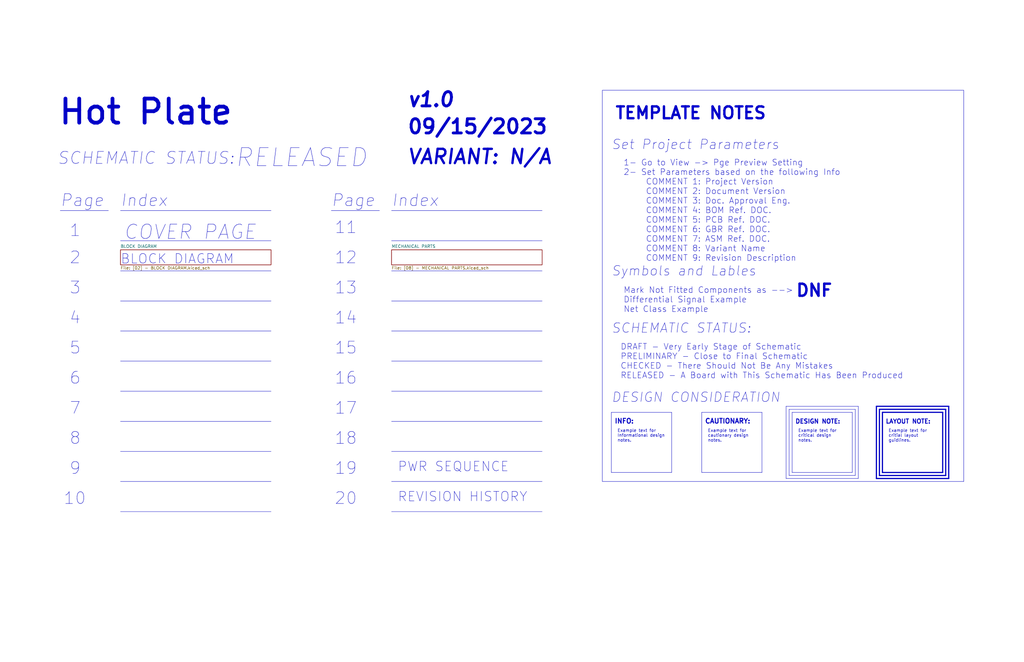
<source format=kicad_sch>
(kicad_sch (version 20230121) (generator eeschema)
  (paper "B")
  (title_block (title "Hot Plate") (date "09/15/2023") (rev "v1.0") (company "Mend0z0") (comment 1 "v1") (comment 2 "v1") (comment 3 "Siavash Taher Parvar") (comment 8 "N/A"))
  (lib_symbols)
  (polyline (pts (xy 50.8 127) (xy 114.3 127)))
  (polyline (pts (xy 50.8 114.3) (xy 114.3 114.3)))
  (polyline (pts (xy 398.78 172.72) (xy 398.78 200.66)) (stroke (width 0.5)))
  (polyline (pts (xy 283.21 173.99) (xy 283.21 199.39)))
  (polyline (pts (xy 332.74 172.72) (xy 360.68 172.72)))
  (polyline (pts (xy 165.1 139.7) (xy 228.6 139.7)))
  (polyline (pts (xy 370.84 172.72) (xy 398.78 172.72)) (stroke (width 0.5)))
  (polyline (pts (xy 50.8 177.8) (xy 114.3 177.8)))
  (polyline (pts (xy 165.1 215.9) (xy 228.6 215.9)))
  (polyline (pts (xy 359.41 199.39) (xy 334.01 199.39)))
  (polyline (pts (xy 165.1 88.9) (xy 228.6 88.9)))
  (polyline (pts (xy 332.74 172.72) (xy 332.74 200.66)))
  (polyline (pts (xy 372.11 173.99) (xy 372.11 199.39)) (stroke (width 0.5)))
  (polyline (pts (xy 321.31 199.39) (xy 295.91 199.39)))
  (polyline (pts (xy 165.1 114.3) (xy 228.6 114.3)))
  (polyline (pts (xy 257.81 173.99) (xy 257.81 199.39)))
  (polyline (pts (xy 361.95 171.45) (xy 361.95 201.93)))
  (polyline (pts (xy 331.47 201.93) (xy 361.95 201.93)))
  (polyline (pts (xy 50.8 165.1) (xy 114.3 165.1)))
  (polyline (pts (xy 295.91 173.99) (xy 321.31 173.99)))
  (polyline (pts (xy 369.57 171.45) (xy 369.57 201.93)) (stroke (width 0.5)))
  (polyline (pts (xy 321.31 173.99) (xy 321.31 199.39)))
  (polyline (pts (xy 165.1 127) (xy 228.6 127)))
  (polyline (pts (xy 369.57 201.93) (xy 400.05 201.93)) (stroke (width 0.5)))
  (polyline (pts (xy 295.91 173.99) (xy 295.91 199.39)))
  (polyline (pts (xy 334.01 173.99) (xy 359.41 173.99)))
  (polyline (pts (xy 50.8 203.2) (xy 114.3 203.2)))
  (polyline (pts (xy 331.47 171.45) (xy 331.47 201.93)))
  (polyline (pts (xy 334.01 173.99) (xy 334.01 199.39)))
  (polyline (pts (xy 331.47 171.45) (xy 361.95 171.45)))
  (polyline (pts (xy 370.84 172.72) (xy 370.84 200.66)) (stroke (width 0.5)))
  (polyline (pts (xy 50.8 190.5) (xy 114.3 190.5)))
  (polyline (pts (xy 165.1 203.2) (xy 228.6 203.2)))
  (polyline (pts (xy 359.41 173.99) (xy 359.41 199.39)))
  (polyline (pts (xy 165.1 190.5) (xy 228.6 190.5)))
  (polyline (pts (xy 50.8 139.7) (xy 114.3 139.7)))
  (polyline (pts (xy 50.8 88.9) (xy 114.3 88.9)))
  (polyline (pts (xy 283.21 199.39) (xy 257.81 199.39)))
  (polyline (pts (xy 360.68 200.66) (xy 332.74 200.66)))
  (polyline (pts (xy 397.51 173.99) (xy 397.51 199.39)) (stroke (width 0.5)))
  (polyline (pts (xy 369.57 171.45) (xy 400.05 171.45)) (stroke (width 0.5)))
  (polyline (pts (xy 165.1 101.6) (xy 228.6 101.6)))
  (polyline (pts (xy 398.78 200.66) (xy 370.84 200.66)) (stroke (width 0.5)))
  (polyline (pts (xy 165.1 177.8) (xy 228.6 177.8)))
  (polyline (pts (xy 400.05 171.45) (xy 400.05 201.93)) (stroke (width 0.5)))
  (polyline (pts (xy 165.1 165.1) (xy 228.6 165.1)))
  (polyline (pts (xy 25.4 88.9) (xy 45.72 88.9)))
  (polyline (pts (xy 50.8 215.9) (xy 114.3 215.9)))
  (polyline (pts (xy 50.8 152.4) (xy 114.3 152.4)))
  (polyline (pts (xy 360.68 172.72) (xy 360.68 200.66)))
  (polyline (pts (xy 372.11 173.99) (xy 397.51 173.99)) (stroke (width 0.5)))
  (polyline (pts (xy 139.7 88.9) (xy 160.02 88.9)))
  (polyline (pts (xy 397.51 199.39) (xy 372.11 199.39)) (stroke (width 0.5)))
  (polyline (pts (xy 257.81 173.99) (xy 283.21 173.99)))
  (polyline (pts (xy 165.1 152.4) (xy 228.6 152.4)))
  (polyline (pts (xy 50.8 101.6) (xy 114.3 101.6)))
  (rectangle (start 254 38.1) (end 406.4 203.2))
  (text "9" (at 29.21 200.66 0) (effects (font (size 5 5)) (justify left bottom)))
  (text "PWR SEQUENCE" (at 167.64 199.39 0) (effects (font (size 4 4)) (justify left bottom)))
  (text "INFO:" (at 259.08 179.07 0) (effects (font (size 2 2) (thickness 0.4) bold) (justify left bottom)))
  (text "11" (at 140.97 99.06 0) (effects (font (size 5 5)) (justify left bottom)))
  (text "14" (at 140.97 137.16 0) (effects (font (size 5 5)) (justify left bottom)))
  (text "Example text for\ncritical design \nnotes." (at 336.55 186.69 0) (effects (font (size 1.27 1.27)) (justify left bottom)))
  (text "Example text for\ncautionary design\nnotes." (at 298.45 186.69 0) (effects (font (size 1.27 1.27)) (justify left bottom)))
  (text "1" (at 29.21 100.33 0) (effects (font (size 5 5)) (justify left bottom)))
  (text "REVISION HISTORY" (at 167.64 212.09 0) (effects (font (size 4 4)) (justify left bottom)))
  (text "TEMPLATE NOTES" (at 259.08 50.8 0) (effects (font (size 5 5) bold) (justify left bottom)))
  (text "13" (at 140.97 124.46 0) (effects (font (size 5 5)) (justify left bottom)))
  (text "Example text for\ncritial layout\nguidlines." (at 374.65 186.69 0) (effects (font (size 1.27 1.27)) (justify left bottom)))
  (text "16" (at 140.97 162.56 0) (effects (font (size 5 5)) (justify left bottom)))
  (text "3" (at 29.21 124.46 0) (effects (font (size 5 5)) (justify left bottom)))
  (text "CAUTIONARY:" (at 297.18 179.07 0) (effects (font (size 2 2) bold) (justify left bottom)))
  (text "17" (at 140.97 175.26 0) (effects (font (size 5 5)) (justify left bottom)))
  (text "Set Project Parameters" (at 257.81 63.5 0) (effects (font (size 4 4) italic) (justify left bottom)))
  (text "VARIANT: ${COMMENT8}" (at 171.45 69.85 0) (effects (font (size 6 6) (thickness 1) bold italic) (justify left bottom)))
  (text "COVER PAGE" (at 52.07 101.6 0) (effects (font (size 6 6) italic) (justify left bottom)))
  (text "Example text for\nInformational design\nnotes." (at 260.35 186.69 0) (effects (font (size 1.27 1.27)) (justify left bottom)))
  (text "DESIGN CONSIDERATION" (at 257.81 170.18 0) (effects (font (size 4 4) italic) (justify left bottom)))
  (text "5" (at 29.21 149.86 0) (effects (font (size 5 5)) (justify left bottom)))
  (text "${ISSUE_DATE}" (at 171.45 57.15 0) (effects (font (size 6 6) bold) (justify left bottom)))
  (text "RELEASED" (at 99.06 71.12 0) (effects (font (size 7.62 7.62) italic) (justify left bottom)))
  (text "SCHEMATIC STATUS:" (at 257.81 140.97 0) (effects (font (size 4 4) italic) (justify left bottom)))
  (text "LAYOUT NOTE:" (at 373.38 179.07 0) (effects (font (size 1.8 1.8) bold) (justify left bottom)))
  (text "19" (at 140.97 200.66 0) (effects (font (size 5 5)) (justify left bottom)))
  (text "DNF" (at 335.28 125.73 0) (effects (font (size 5.08 5.08) (thickness 1.016) bold) (justify left bottom)))
  (text "Mark Not Fitted Components as -->\nDifferential Signal Example\nNet Class Example" (at 262.89 132.08 0) (effects (font (size 2.5 2.5)) (justify left bottom)))
  (text "BLOCK DIAGRAM" (at 50.8 111.76 0) (effects (font (size 4 4)) (justify left bottom)))
  (text "8" (at 29.21 187.96 0) (effects (font (size 5 5)) (justify left bottom)))
  (text "Symbols and Lables" (at 257.81 116.84 0) (effects (font (size 4 4) italic) (justify left bottom)))
  (text "Page" (at 139.7 87.63 0) (effects (font (size 5 5) italic) (justify left bottom)))
  (text "2\n" (at 29.21 111.76 0) (effects (font (size 5 5)) (justify left bottom)))
  (text "Page" (at 25.4 87.63 0) (effects (font (size 5 5) italic) (justify left bottom)))
  (text "7" (at 29.21 175.26 0) (effects (font (size 5 5)) (justify left bottom)))
  (text "18" (at 140.97 187.96 0) (effects (font (size 5 5)) (justify left bottom)))
  (text "20" (at 140.97 213.36 0) (effects (font (size 5 5)) (justify left bottom)))
  (text "DRAFT - Very Early Stage of Schematic\nPRELIMINARY - Close to Final Schematic\nCHECKED - There Should Not Be Any Mistakes\nRELEASED - A Board with This Schematic Has Been Produced" (at 261.62 160.02 0) (effects (font (size 2.5 2.5)) (justify left bottom)))
  (text "SCHEMATIC STATUS: " (at 24.13 69.85 0) (effects (font (size 5.08 5.08) italic) (justify left bottom)))
  (text "${TITLE}" (at 24.13 53.34 0) (effects (font (size 10.16 10.16) (thickness 1.6) bold) (justify left bottom)))
  (text "DESIGN NOTE:" (at 335.28 179.07 0) (effects (font (size 1.8 1.8) bold) (justify left bottom)))
  (text "4" (at 29.21 137.16 0) (effects (font (size 5 5)) (justify left bottom)))
  (text "10" (at 26.67 213.36 0) (effects (font (size 5 5)) (justify left bottom)))
  (text "Index" (at 50.8 87.63 0) (effects (font (size 5 5) italic) (justify left bottom)))
  (text "15" (at 140.97 149.86 0) (effects (font (size 5 5)) (justify left bottom)))
  (text "12" (at 140.97 111.76 0) (effects (font (size 5 5)) (justify left bottom)))
  (text "${REVISION}" (at 171.45 45.72 0) (effects (font (size 6 6) bold italic) (justify left bottom)))
  (text "Index" (at 165.1 87.63 0) (effects (font (size 5 5) italic) (justify left bottom)))
  (text "6" (at 29.21 162.56 0) (effects (font (size 5 5)) (justify left bottom)))
  (text "1- Go to View -> Pge Preview Setting\n2- Set Parameters based on the following Info\n	COMMENT 1: Project Version\n	COMMENT 2: Document Version\n	COMMENT 3: Doc. Approval Eng.\n	COMMENT 4: BOM Ref. DOC.\n	COMMENT 5: PCB Ref. DOC.\n	COMMENT 6: GBR Ref. DOC.\n	COMMENT 7: ASM Ref. DOC.\n	COMMENT 8: Variant Name\n	COMMENT 9: Revision Description " (at 262.89 110.49 0) (effects (font (size 2.5 2.5)) (justify left bottom)))
  (sheet (at 165.1 105.41) (size 63.5 6.35) (stroke (width 0.1524))
    (property "Sheetname" "MECHANICAL PARTS" (at 165.1 104.6984 0) (effects (justify left bottom)))
    (property "Sheetfile" "[08] - MECHANICAL PARTS.kicad_sch" (at 165.1 112.3446 0) (effects (justify left top)))
  )
  (sheet (at 50.8 105.41) (size 63.5 6.35) (stroke (width 0.1524))
    (property "Sheetname" "BLOCK DIAGRAM" (at 50.8 104.6984 0) (effects (justify left bottom)))
    (property "Sheetfile" "[02] - BLOCK DIAGRAM.kicad_sch" (at 50.8 112.3446 0) (effects (justify left top)))
  )
)
</source>
